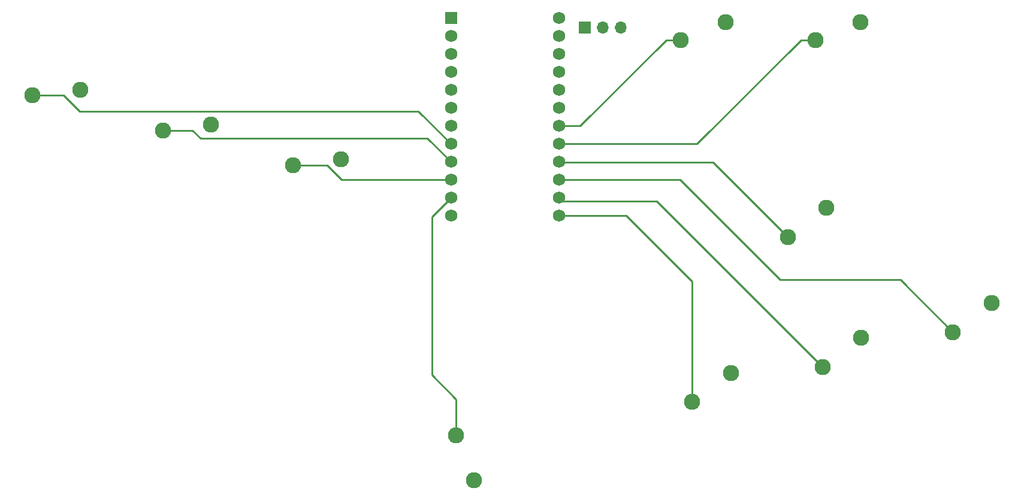
<source format=gbr>
%TF.GenerationSoftware,KiCad,Pcbnew,(5.1.10-1-10_14)*%
%TF.CreationDate,2021-06-08T08:47:03+02:00*%
%TF.ProjectId,project,70726f6a-6563-4742-9e6b-696361645f70,rev?*%
%TF.SameCoordinates,Original*%
%TF.FileFunction,Copper,L1,Top*%
%TF.FilePolarity,Positive*%
%FSLAX46Y46*%
G04 Gerber Fmt 4.6, Leading zero omitted, Abs format (unit mm)*
G04 Created by KiCad (PCBNEW (5.1.10-1-10_14)) date 2021-06-08 08:47:03*
%MOMM*%
%LPD*%
G01*
G04 APERTURE LIST*
%TA.AperFunction,ComponentPad*%
%ADD10C,1.752600*%
%TD*%
%TA.AperFunction,ComponentPad*%
%ADD11R,1.752600X1.752600*%
%TD*%
%TA.AperFunction,ComponentPad*%
%ADD12C,2.286000*%
%TD*%
%TA.AperFunction,ComponentPad*%
%ADD13O,1.700000X1.700000*%
%TD*%
%TA.AperFunction,ComponentPad*%
%ADD14R,1.700000X1.700000*%
%TD*%
%TA.AperFunction,Conductor*%
%ADD15C,0.250000*%
%TD*%
G04 APERTURE END LIST*
D10*
%TO.P,U0,24*%
%TO.N,N/C*%
X158432500Y-48736250D03*
%TO.P,U0,12*%
X143192500Y-76676250D03*
%TO.P,U0,23*%
%TO.N,Net-(J0-Pad1)*%
X158432500Y-51276250D03*
%TO.P,U0,22*%
%TO.N,N/C*%
X158432500Y-53816250D03*
%TO.P,U0,21*%
%TO.N,Net-(J0-Pad2)*%
X158432500Y-56356250D03*
%TO.P,U0,20*%
%TO.N,Net-(J0-Pad3)*%
X158432500Y-58896250D03*
%TO.P,U0,19*%
%TO.N,N/C*%
X158432500Y-61436250D03*
%TO.P,U0,18*%
%TO.N,Net-(SW4-Pad2)*%
X158432500Y-63976250D03*
%TO.P,U0,17*%
%TO.N,Net-(SW5-Pad2)*%
X158432500Y-66516250D03*
%TO.P,U0,16*%
%TO.N,Net-(SW7-Pad2)*%
X158432500Y-69056250D03*
%TO.P,U0,15*%
%TO.N,Net-(SW9-Pad2)*%
X158432500Y-71596250D03*
%TO.P,U0,14*%
%TO.N,Net-(SW8-Pad2)*%
X158432500Y-74136250D03*
%TO.P,U0,13*%
%TO.N,Net-(SW6-Pad2)*%
X158432500Y-76676250D03*
%TO.P,U0,11*%
%TO.N,Net-(SW3-Pad2)*%
X143192500Y-74136250D03*
%TO.P,U0,10*%
%TO.N,Net-(SW2-Pad2)*%
X143192500Y-71596250D03*
%TO.P,U0,9*%
%TO.N,Net-(SW1-Pad2)*%
X143192500Y-69056250D03*
%TO.P,U0,8*%
%TO.N,Net-(SW0-Pad2)*%
X143192500Y-66516250D03*
%TO.P,U0,7*%
%TO.N,Net-(SW0-Pad1)*%
X143192500Y-63976250D03*
%TO.P,U0,6*%
%TO.N,N/C*%
X143192500Y-61436250D03*
%TO.P,U0,5*%
X143192500Y-58896250D03*
%TO.P,U0,4*%
X143192500Y-56356250D03*
%TO.P,U0,3*%
X143192500Y-53816250D03*
%TO.P,U0,2*%
X143192500Y-51276250D03*
D11*
%TO.P,U0,1*%
X143192500Y-48736250D03*
%TD*%
D12*
%TO.P,RIGHT,2*%
%TO.N,Net-(SW9-Pad2)*%
X214083172Y-93134715D03*
%TO.P,RIGHT,1*%
%TO.N,Net-(SW0-Pad1)*%
X219559401Y-89037762D03*
%TD*%
%TO.P,DOWN,2*%
%TO.N,Net-(SW8-Pad2)*%
X195682285Y-98065218D03*
%TO.P,DOWN,1*%
%TO.N,Net-(SW0-Pad1)*%
X201158514Y-93968265D03*
%TD*%
%TO.P,UP,2*%
%TO.N,Net-(SW7-Pad2)*%
X190751782Y-79664331D03*
%TO.P,UP,1*%
%TO.N,Net-(SW0-Pad1)*%
X196228011Y-75567378D03*
%TD*%
%TO.P,LEFT,2*%
%TO.N,Net-(SW6-Pad2)*%
X177281398Y-102995721D03*
%TO.P,LEFT,1*%
%TO.N,Net-(SW0-Pad1)*%
X182757627Y-98898768D03*
%TD*%
%TO.P,ENTER,2*%
%TO.N,Net-(SW5-Pad2)*%
X194691000Y-51816000D03*
%TO.P,ENTER,1*%
%TO.N,Net-(SW0-Pad1)*%
X201041000Y-49276000D03*
%TD*%
%TO.P,ESC,2*%
%TO.N,Net-(SW4-Pad2)*%
X175641000Y-51816000D03*
%TO.P,ESC,1*%
%TO.N,Net-(SW0-Pad1)*%
X181991000Y-49276000D03*
%TD*%
%TO.P,BOMB,2*%
%TO.N,Net-(SW3-Pad2)*%
X143891000Y-107696000D03*
%TO.P,BOMB,1*%
%TO.N,Net-(SW0-Pad1)*%
X146431000Y-114046000D03*
%TD*%
%TO.P,RAPID,2*%
%TO.N,Net-(SW2-Pad2)*%
X120845498Y-69534576D03*
%TO.P,RAPID,1*%
%TO.N,Net-(SW0-Pad1)*%
X127636527Y-68724625D03*
%TD*%
%TO.P,SHOOT,2*%
%TO.N,Net-(SW1-Pad2)*%
X102444611Y-64604073D03*
%TO.P,SHOOT,1*%
%TO.N,Net-(SW0-Pad1)*%
X109235640Y-63794122D03*
%TD*%
%TO.P,SLOW,2*%
%TO.N,Net-(SW0-Pad2)*%
X84043724Y-59673571D03*
%TO.P,SLOW,1*%
%TO.N,Net-(SW0-Pad1)*%
X90834753Y-58863620D03*
%TD*%
D13*
%TO.P,J0,3*%
%TO.N,Net-(J0-Pad3)*%
X167132000Y-50038000D03*
%TO.P,J0,2*%
%TO.N,Net-(J0-Pad2)*%
X164592000Y-50038000D03*
D14*
%TO.P,J0,1*%
%TO.N,Net-(J0-Pad1)*%
X162052000Y-50038000D03*
%TD*%
D15*
%TO.N,Net-(SW0-Pad2)*%
X138588750Y-61912500D02*
X143192500Y-66516250D01*
X90702370Y-61912500D02*
X138588750Y-61912500D01*
X88463441Y-59673571D02*
X90702370Y-61912500D01*
X84043724Y-59673571D02*
X88463441Y-59673571D01*
%TO.N,Net-(SW1-Pad2)*%
X139860974Y-65724724D02*
X143192500Y-69056250D01*
X107793474Y-65724724D02*
X139860974Y-65724724D01*
X106672823Y-64604073D02*
X107793474Y-65724724D01*
X102444611Y-64604073D02*
X106672823Y-64604073D01*
%TO.N,Net-(SW2-Pad2)*%
X127747130Y-71596250D02*
X143192500Y-71596250D01*
X125685456Y-69534576D02*
X127747130Y-71596250D01*
X120845498Y-69534576D02*
X125685456Y-69534576D01*
%TO.N,Net-(SW3-Pad2)*%
X140493750Y-76835000D02*
X143192500Y-74136250D01*
X143891000Y-102616000D02*
X140493750Y-99218750D01*
X140493750Y-99218750D02*
X140493750Y-76835000D01*
X143891000Y-107696000D02*
X143891000Y-102616000D01*
%TO.N,Net-(SW4-Pad2)*%
X175641000Y-51816000D02*
X173609000Y-51816000D01*
X161448750Y-63976250D02*
X158432500Y-63976250D01*
X173609000Y-51816000D02*
X161448750Y-63976250D01*
%TO.N,Net-(SW5-Pad2)*%
X194691000Y-51816000D02*
X192659000Y-51816000D01*
X177958750Y-66516250D02*
X158432500Y-66516250D01*
X192659000Y-51816000D02*
X177958750Y-66516250D01*
%TO.N,Net-(SW6-Pad2)*%
X167957500Y-76676250D02*
X158432500Y-76676250D01*
X177281398Y-86000148D02*
X167957500Y-76676250D01*
X177281398Y-102995721D02*
X177281398Y-86000148D01*
%TO.N,Net-(SW7-Pad2)*%
X190751782Y-79664331D02*
X180181250Y-69093799D01*
X158470049Y-69093799D02*
X158432500Y-69056250D01*
X180181250Y-69093799D02*
X158470049Y-69093799D01*
%TO.N,Net-(SW8-Pad2)*%
X195682285Y-98065218D02*
X172243750Y-74626683D01*
X158922933Y-74626683D02*
X158432500Y-74136250D01*
X172243750Y-74626683D02*
X158922933Y-74626683D01*
%TO.N,Net-(SW9-Pad2)*%
X214083172Y-93134715D02*
X206673457Y-85725000D01*
X206673457Y-85725000D02*
X189706250Y-85725000D01*
X175577500Y-71596250D02*
X158432500Y-71596250D01*
X189706250Y-85725000D02*
X175577500Y-71596250D01*
%TD*%
M02*

</source>
